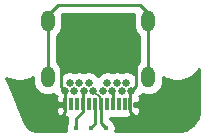
<source format=gtl>
%TF.GenerationSoftware,KiCad,Pcbnew,(5.1.6)-1*%
%TF.CreationDate,2022-01-04T17:41:04+01:00*%
%TF.ProjectId,headphone_plug,68656164-7068-46f6-9e65-5f706c75672e,rev?*%
%TF.SameCoordinates,Original*%
%TF.FileFunction,Copper,L1,Top*%
%TF.FilePolarity,Positive*%
%FSLAX46Y46*%
G04 Gerber Fmt 4.6, Leading zero omitted, Abs format (unit mm)*
G04 Created by KiCad (PCBNEW (5.1.6)-1) date 2022-01-04 17:41:04*
%MOMM*%
%LPD*%
G01*
G04 APERTURE LIST*
%TA.AperFunction,ComponentPad*%
%ADD10O,1.200000X1.800000*%
%TD*%
%TA.AperFunction,SMDPad,CuDef*%
%ADD11R,0.300000X1.000000*%
%TD*%
%TA.AperFunction,ComponentPad*%
%ADD12C,0.650000*%
%TD*%
%TA.AperFunction,ViaPad*%
%ADD13C,0.400000*%
%TD*%
%TA.AperFunction,Conductor*%
%ADD14C,0.254000*%
%TD*%
%TA.AperFunction,Conductor*%
%ADD15C,0.127000*%
%TD*%
G04 APERTURE END LIST*
D10*
%TO.P,J1,S1*%
%TO.N,Net-(C1-Pad2)*%
X165920000Y-92620000D03*
D11*
%TO.P,J1,A1*%
%TO.N,GND*%
X164400000Y-94920000D03*
%TO.P,J1,A2*%
%TO.N,N/C*%
X163900000Y-94920000D03*
%TO.P,J1,A3*%
X163400000Y-94920000D03*
%TO.P,J1,A4*%
%TO.N,+5V*%
X162900000Y-94920000D03*
%TO.P,J1,A5*%
%TO.N,Net-(J1-PadA5)*%
X162400000Y-94920000D03*
%TO.P,J1,A6*%
%TO.N,UD+*%
X161900000Y-94920000D03*
%TO.P,J1,A7*%
%TO.N,UD-*%
X161400000Y-94920000D03*
%TO.P,J1,A12*%
%TO.N,GND*%
X158900000Y-94920000D03*
%TO.P,J1,A10*%
%TO.N,N/C*%
X159900000Y-94920000D03*
%TO.P,J1,A9*%
%TO.N,+5V*%
X160400000Y-94920000D03*
%TO.P,J1,A8*%
%TO.N,Net-(J1-PadA8)*%
X160900000Y-94920000D03*
%TO.P,J1,A11*%
%TO.N,N/C*%
X159400000Y-94920000D03*
D10*
%TO.P,J1,S1*%
%TO.N,Net-(C1-Pad2)*%
X157380000Y-92620000D03*
X157380000Y-87890000D03*
X165920000Y-87890000D03*
D12*
%TO.P,J1,B1*%
%TO.N,GND*%
X158850000Y-93770000D03*
%TO.P,J1,B4*%
%TO.N,+5V*%
X160450000Y-93770000D03*
%TO.P,J1,B6*%
%TO.N,UD+*%
X161250000Y-93770000D03*
%TO.P,J1,B7*%
%TO.N,UD-*%
X162050000Y-93770000D03*
%TO.P,J1,B9*%
%TO.N,+5V*%
X162850000Y-93770000D03*
%TO.P,J1,B12*%
%TO.N,GND*%
X164450000Y-93770000D03*
%TO.P,J1,B2*%
%TO.N,N/C*%
X159250000Y-93070000D03*
%TO.P,J1,B3*%
X160050000Y-93070000D03*
%TO.P,J1,B5*%
%TO.N,Net-(J1-PadB5)*%
X160850000Y-93070000D03*
%TO.P,J1,B8*%
%TO.N,Net-(J1-PadB8)*%
X162450000Y-93070000D03*
%TO.P,J1,B10*%
%TO.N,N/C*%
X163250000Y-93070000D03*
%TO.P,J1,B11*%
X164050000Y-93070000D03*
%TO.P,J1,S1*%
%TO.N,Net-(C1-Pad2)*%
X159650000Y-93770000D03*
X163650000Y-93770000D03*
%TD*%
D13*
%TO.N,GND*%
X163830000Y-87630000D03*
X162560000Y-87630000D03*
X161290000Y-87630000D03*
X160020000Y-87630000D03*
X158750000Y-87630000D03*
X158750000Y-88900000D03*
X158750000Y-91440000D03*
X164909500Y-90170000D03*
X170053000Y-92710000D03*
X170053000Y-93980000D03*
X170053000Y-95250000D03*
X154940000Y-93980000D03*
X156210000Y-95250000D03*
X157480000Y-96520000D03*
X156210000Y-96520000D03*
X165100000Y-96520000D03*
%TO.N,+5V*%
X159766000Y-96901000D03*
%TO.N,Net-(J1-PadA5)*%
X162400000Y-94920000D03*
%TO.N,UD+*%
X162306000Y-96901000D03*
%TO.N,UD-*%
X161036000Y-96901000D03*
X161400000Y-94920000D03*
%TD*%
D14*
%TO.N,GND*%
X164400000Y-93820000D02*
X164450000Y-93770000D01*
X164400000Y-94920000D02*
X164400000Y-93820000D01*
X158900000Y-93820000D02*
X158850000Y-93770000D01*
X158900000Y-94920000D02*
X158900000Y-93820000D01*
X158900000Y-94920000D02*
X158900000Y-95608000D01*
X158900000Y-95608000D02*
X157988000Y-96520000D01*
X164450000Y-93770000D02*
X164846000Y-93374000D01*
X164846000Y-93374000D02*
X164846000Y-92075000D01*
X158850000Y-93770000D02*
X158496000Y-93416000D01*
X158496000Y-93416000D02*
X158496000Y-92075000D01*
X164400000Y-94920000D02*
X164400000Y-95566000D01*
X164400000Y-95566000D02*
X165100000Y-96266000D01*
X165100000Y-96266000D02*
X165100000Y-96520000D01*
X158496000Y-92075000D02*
X158496000Y-91567000D01*
X164846000Y-92075000D02*
X164846000Y-91440000D01*
%TO.N,Net-(C1-Pad2)*%
X157380000Y-87890000D02*
X157380000Y-92620000D01*
X165920000Y-87890000D02*
X165920000Y-92620000D01*
X157380000Y-87890000D02*
X157380000Y-87349000D01*
X157380000Y-87349000D02*
X158242000Y-86487000D01*
X158242000Y-86487000D02*
X165227000Y-86487000D01*
X165920000Y-87180000D02*
X165920000Y-87890000D01*
X165227000Y-86487000D02*
X165920000Y-87180000D01*
%TO.N,+5V*%
X162900000Y-93820000D02*
X162850000Y-93770000D01*
X162900000Y-94920000D02*
X162900000Y-93820000D01*
X160400000Y-93820000D02*
X160450000Y-93770000D01*
X160400000Y-94920000D02*
X160400000Y-93820000D01*
X160400000Y-94920000D02*
X160400000Y-95505000D01*
X160400000Y-95505000D02*
X159766000Y-96139000D01*
X159766000Y-96139000D02*
X159766000Y-96901000D01*
%TO.N,UD+*%
X161900000Y-94920000D02*
X161900000Y-96495000D01*
X161900000Y-96495000D02*
X162306000Y-96901000D01*
D15*
X161900000Y-94420000D02*
X161900000Y-94920000D01*
X161250000Y-93770000D02*
X161900000Y-94420000D01*
D14*
%TO.N,UD-*%
X161400000Y-94920000D02*
X161400000Y-96537000D01*
X161400000Y-96537000D02*
X161036000Y-96901000D01*
%TD*%
%TO.N,GND*%
G36*
X170226619Y-95344281D02*
G01*
X170226618Y-95344291D01*
X170226618Y-95529256D01*
X170081599Y-96062276D01*
X169684169Y-96653633D01*
X169092850Y-97051044D01*
X168559816Y-97196050D01*
X163087583Y-97196050D01*
X163108911Y-97144560D01*
X163141000Y-96983240D01*
X163141000Y-96818760D01*
X163108911Y-96657440D01*
X163045967Y-96505479D01*
X162954587Y-96368719D01*
X162838281Y-96252413D01*
X162701521Y-96161033D01*
X162662000Y-96144663D01*
X162662000Y-96049405D01*
X162750000Y-96058072D01*
X163050000Y-96058072D01*
X163150000Y-96048223D01*
X163250000Y-96058072D01*
X163550000Y-96058072D01*
X163650000Y-96048223D01*
X163750000Y-96058072D01*
X164050000Y-96058072D01*
X164154058Y-96047824D01*
X164218250Y-96055000D01*
X164250497Y-96022753D01*
X164294180Y-96009502D01*
X164404494Y-95950537D01*
X164444475Y-95917725D01*
X164581750Y-96055000D01*
X164686609Y-96043277D01*
X164805579Y-96004650D01*
X164914728Y-95943555D01*
X165009860Y-95862340D01*
X165087320Y-95764126D01*
X165144131Y-95652688D01*
X165178111Y-95532308D01*
X165187952Y-95407612D01*
X165185000Y-95205750D01*
X165026250Y-95047000D01*
X164688072Y-95047000D01*
X164688072Y-94793000D01*
X165026250Y-94793000D01*
X165185000Y-94634250D01*
X165187952Y-94432388D01*
X165185246Y-94398100D01*
X165221477Y-94361869D01*
X165179037Y-94319429D01*
X165178111Y-94307692D01*
X165158728Y-94239024D01*
X165298270Y-94229323D01*
X165371581Y-94055008D01*
X165376705Y-94029954D01*
X165445099Y-94066511D01*
X165677898Y-94137130D01*
X165920000Y-94160975D01*
X166162101Y-94137130D01*
X166394900Y-94066511D01*
X166609448Y-93951833D01*
X166797502Y-93797502D01*
X166951833Y-93609449D01*
X167066511Y-93394901D01*
X167137130Y-93162102D01*
X167155000Y-92980665D01*
X167155000Y-92616478D01*
X167387900Y-92738235D01*
X167447546Y-92762333D01*
X167506887Y-92787278D01*
X167516377Y-92790143D01*
X167820730Y-92879719D01*
X167883934Y-92891776D01*
X167946978Y-92904717D01*
X167956842Y-92905684D01*
X167956844Y-92905684D01*
X168272801Y-92934438D01*
X168337116Y-92933989D01*
X168401497Y-92934438D01*
X168411362Y-92933471D01*
X168726886Y-92900309D01*
X168789917Y-92887371D01*
X168853135Y-92875311D01*
X168862619Y-92872447D01*
X168862623Y-92872446D01*
X168862626Y-92872445D01*
X169165699Y-92778628D01*
X169225000Y-92753700D01*
X169284686Y-92729585D01*
X169293439Y-92724931D01*
X169572518Y-92574033D01*
X169625852Y-92538059D01*
X169679713Y-92502813D01*
X169687395Y-92496547D01*
X169931849Y-92294318D01*
X169977203Y-92248646D01*
X170023169Y-92203633D01*
X170029488Y-92195994D01*
X170226618Y-91954289D01*
X170226619Y-95344281D01*
G37*
X170226619Y-95344281D02*
X170226618Y-95344291D01*
X170226618Y-95529256D01*
X170081599Y-96062276D01*
X169684169Y-96653633D01*
X169092850Y-97051044D01*
X168559816Y-97196050D01*
X163087583Y-97196050D01*
X163108911Y-97144560D01*
X163141000Y-96983240D01*
X163141000Y-96818760D01*
X163108911Y-96657440D01*
X163045967Y-96505479D01*
X162954587Y-96368719D01*
X162838281Y-96252413D01*
X162701521Y-96161033D01*
X162662000Y-96144663D01*
X162662000Y-96049405D01*
X162750000Y-96058072D01*
X163050000Y-96058072D01*
X163150000Y-96048223D01*
X163250000Y-96058072D01*
X163550000Y-96058072D01*
X163650000Y-96048223D01*
X163750000Y-96058072D01*
X164050000Y-96058072D01*
X164154058Y-96047824D01*
X164218250Y-96055000D01*
X164250497Y-96022753D01*
X164294180Y-96009502D01*
X164404494Y-95950537D01*
X164444475Y-95917725D01*
X164581750Y-96055000D01*
X164686609Y-96043277D01*
X164805579Y-96004650D01*
X164914728Y-95943555D01*
X165009860Y-95862340D01*
X165087320Y-95764126D01*
X165144131Y-95652688D01*
X165178111Y-95532308D01*
X165187952Y-95407612D01*
X165185000Y-95205750D01*
X165026250Y-95047000D01*
X164688072Y-95047000D01*
X164688072Y-94793000D01*
X165026250Y-94793000D01*
X165185000Y-94634250D01*
X165187952Y-94432388D01*
X165185246Y-94398100D01*
X165221477Y-94361869D01*
X165179037Y-94319429D01*
X165178111Y-94307692D01*
X165158728Y-94239024D01*
X165298270Y-94229323D01*
X165371581Y-94055008D01*
X165376705Y-94029954D01*
X165445099Y-94066511D01*
X165677898Y-94137130D01*
X165920000Y-94160975D01*
X166162101Y-94137130D01*
X166394900Y-94066511D01*
X166609448Y-93951833D01*
X166797502Y-93797502D01*
X166951833Y-93609449D01*
X167066511Y-93394901D01*
X167137130Y-93162102D01*
X167155000Y-92980665D01*
X167155000Y-92616478D01*
X167387900Y-92738235D01*
X167447546Y-92762333D01*
X167506887Y-92787278D01*
X167516377Y-92790143D01*
X167820730Y-92879719D01*
X167883934Y-92891776D01*
X167946978Y-92904717D01*
X167956842Y-92905684D01*
X167956844Y-92905684D01*
X168272801Y-92934438D01*
X168337116Y-92933989D01*
X168401497Y-92934438D01*
X168411362Y-92933471D01*
X168726886Y-92900309D01*
X168789917Y-92887371D01*
X168853135Y-92875311D01*
X168862619Y-92872447D01*
X168862623Y-92872446D01*
X168862626Y-92872445D01*
X169165699Y-92778628D01*
X169225000Y-92753700D01*
X169284686Y-92729585D01*
X169293439Y-92724931D01*
X169572518Y-92574033D01*
X169625852Y-92538059D01*
X169679713Y-92502813D01*
X169687395Y-92496547D01*
X169931849Y-92294318D01*
X169977203Y-92248646D01*
X170023169Y-92203633D01*
X170029488Y-92195994D01*
X170226618Y-91954289D01*
X170226619Y-95344281D01*
G36*
X156145000Y-92980664D02*
G01*
X156162870Y-93162101D01*
X156233489Y-93394900D01*
X156348167Y-93609448D01*
X156502498Y-93797502D01*
X156690551Y-93951833D01*
X156905099Y-94066511D01*
X157137898Y-94137130D01*
X157380000Y-94160975D01*
X157622101Y-94137130D01*
X157854900Y-94066511D01*
X157922555Y-94030349D01*
X157925392Y-94045028D01*
X157996813Y-94220126D01*
X158001730Y-94229323D01*
X158141272Y-94239024D01*
X158121889Y-94307692D01*
X158120963Y-94319429D01*
X158078523Y-94361869D01*
X158114754Y-94398100D01*
X158112048Y-94432388D01*
X158115000Y-94634250D01*
X158273750Y-94793000D01*
X158611928Y-94793000D01*
X158611928Y-95047000D01*
X158273750Y-95047000D01*
X158115000Y-95205750D01*
X158112048Y-95407612D01*
X158121889Y-95532308D01*
X158155869Y-95652688D01*
X158212680Y-95764126D01*
X158290140Y-95862340D01*
X158385272Y-95943555D01*
X158494421Y-96004650D01*
X158613391Y-96043277D01*
X158718250Y-96055000D01*
X158855525Y-95917725D01*
X158895506Y-95950537D01*
X159005820Y-96009502D01*
X159012858Y-96011637D01*
X159004000Y-96101574D01*
X159000314Y-96139000D01*
X159004000Y-96176423D01*
X159004000Y-96558672D01*
X158963089Y-96657440D01*
X158931000Y-96818760D01*
X158931000Y-96983240D01*
X158963089Y-97144560D01*
X158984417Y-97196050D01*
X156285061Y-97196050D01*
X155900031Y-97039429D01*
X155571842Y-96685453D01*
X155559339Y-96655521D01*
X155418696Y-96318724D01*
X155001902Y-95317316D01*
X154357211Y-93764518D01*
X153897743Y-92657121D01*
X154052900Y-92738235D01*
X154112546Y-92762333D01*
X154171887Y-92787278D01*
X154181377Y-92790143D01*
X154485730Y-92879719D01*
X154548934Y-92891776D01*
X154611978Y-92904717D01*
X154621842Y-92905684D01*
X154621844Y-92905684D01*
X154937801Y-92934438D01*
X155002116Y-92933989D01*
X155066497Y-92934438D01*
X155076362Y-92933471D01*
X155391886Y-92900309D01*
X155454917Y-92887371D01*
X155518135Y-92875311D01*
X155527619Y-92872447D01*
X155527623Y-92872446D01*
X155527626Y-92872445D01*
X155830699Y-92778628D01*
X155890000Y-92753700D01*
X155949686Y-92729585D01*
X155958439Y-92724931D01*
X156145000Y-92624057D01*
X156145000Y-92980664D01*
G37*
X156145000Y-92980664D02*
X156162870Y-93162101D01*
X156233489Y-93394900D01*
X156348167Y-93609448D01*
X156502498Y-93797502D01*
X156690551Y-93951833D01*
X156905099Y-94066511D01*
X157137898Y-94137130D01*
X157380000Y-94160975D01*
X157622101Y-94137130D01*
X157854900Y-94066511D01*
X157922555Y-94030349D01*
X157925392Y-94045028D01*
X157996813Y-94220126D01*
X158001730Y-94229323D01*
X158141272Y-94239024D01*
X158121889Y-94307692D01*
X158120963Y-94319429D01*
X158078523Y-94361869D01*
X158114754Y-94398100D01*
X158112048Y-94432388D01*
X158115000Y-94634250D01*
X158273750Y-94793000D01*
X158611928Y-94793000D01*
X158611928Y-95047000D01*
X158273750Y-95047000D01*
X158115000Y-95205750D01*
X158112048Y-95407612D01*
X158121889Y-95532308D01*
X158155869Y-95652688D01*
X158212680Y-95764126D01*
X158290140Y-95862340D01*
X158385272Y-95943555D01*
X158494421Y-96004650D01*
X158613391Y-96043277D01*
X158718250Y-96055000D01*
X158855525Y-95917725D01*
X158895506Y-95950537D01*
X159005820Y-96009502D01*
X159012858Y-96011637D01*
X159004000Y-96101574D01*
X159000314Y-96139000D01*
X159004000Y-96176423D01*
X159004000Y-96558672D01*
X158963089Y-96657440D01*
X158931000Y-96818760D01*
X158931000Y-96983240D01*
X158963089Y-97144560D01*
X158984417Y-97196050D01*
X156285061Y-97196050D01*
X155900031Y-97039429D01*
X155571842Y-96685453D01*
X155559339Y-96655521D01*
X155418696Y-96318724D01*
X155001902Y-95317316D01*
X154357211Y-93764518D01*
X153897743Y-92657121D01*
X154052900Y-92738235D01*
X154112546Y-92762333D01*
X154171887Y-92787278D01*
X154181377Y-92790143D01*
X154485730Y-92879719D01*
X154548934Y-92891776D01*
X154611978Y-92904717D01*
X154621842Y-92905684D01*
X154621844Y-92905684D01*
X154937801Y-92934438D01*
X155002116Y-92933989D01*
X155066497Y-92934438D01*
X155076362Y-92933471D01*
X155391886Y-92900309D01*
X155454917Y-92887371D01*
X155518135Y-92875311D01*
X155527619Y-92872447D01*
X155527623Y-92872446D01*
X155527626Y-92872445D01*
X155830699Y-92778628D01*
X155890000Y-92753700D01*
X155949686Y-92729585D01*
X155958439Y-92724931D01*
X156145000Y-92624057D01*
X156145000Y-92980664D01*
G36*
X164702870Y-87347898D02*
G01*
X164685000Y-87529335D01*
X164685000Y-88250664D01*
X164702870Y-88432101D01*
X164773489Y-88664900D01*
X164888167Y-88879448D01*
X165042498Y-89067502D01*
X165158000Y-89162292D01*
X165158001Y-91347708D01*
X165042499Y-91442498D01*
X164888168Y-91630551D01*
X164773489Y-91845099D01*
X164702870Y-92077898D01*
X164685000Y-92259335D01*
X164685000Y-92347355D01*
X164661964Y-92324319D01*
X164504731Y-92219259D01*
X164330022Y-92146892D01*
X164144552Y-92110000D01*
X163955448Y-92110000D01*
X163769978Y-92146892D01*
X163650000Y-92196589D01*
X163530022Y-92146892D01*
X163344552Y-92110000D01*
X163155448Y-92110000D01*
X162969978Y-92146892D01*
X162850000Y-92196589D01*
X162730022Y-92146892D01*
X162544552Y-92110000D01*
X162355448Y-92110000D01*
X162169978Y-92146892D01*
X161995269Y-92219259D01*
X161838036Y-92324319D01*
X161704319Y-92458036D01*
X161650000Y-92539330D01*
X161595681Y-92458036D01*
X161461964Y-92324319D01*
X161304731Y-92219259D01*
X161130022Y-92146892D01*
X160944552Y-92110000D01*
X160755448Y-92110000D01*
X160569978Y-92146892D01*
X160450000Y-92196589D01*
X160330022Y-92146892D01*
X160144552Y-92110000D01*
X159955448Y-92110000D01*
X159769978Y-92146892D01*
X159650000Y-92196589D01*
X159530022Y-92146892D01*
X159344552Y-92110000D01*
X159155448Y-92110000D01*
X158969978Y-92146892D01*
X158795269Y-92219259D01*
X158638036Y-92324319D01*
X158615000Y-92347355D01*
X158615000Y-92259336D01*
X158597130Y-92077899D01*
X158526511Y-91845099D01*
X158411833Y-91630551D01*
X158257502Y-91442498D01*
X158142000Y-91347708D01*
X158142000Y-89162291D01*
X158257502Y-89067502D01*
X158411833Y-88879449D01*
X158526511Y-88664901D01*
X158597130Y-88432102D01*
X158615000Y-88250665D01*
X158615000Y-87529336D01*
X158597130Y-87347899D01*
X158567129Y-87249000D01*
X164732870Y-87249000D01*
X164702870Y-87347898D01*
G37*
X164702870Y-87347898D02*
X164685000Y-87529335D01*
X164685000Y-88250664D01*
X164702870Y-88432101D01*
X164773489Y-88664900D01*
X164888167Y-88879448D01*
X165042498Y-89067502D01*
X165158000Y-89162292D01*
X165158001Y-91347708D01*
X165042499Y-91442498D01*
X164888168Y-91630551D01*
X164773489Y-91845099D01*
X164702870Y-92077898D01*
X164685000Y-92259335D01*
X164685000Y-92347355D01*
X164661964Y-92324319D01*
X164504731Y-92219259D01*
X164330022Y-92146892D01*
X164144552Y-92110000D01*
X163955448Y-92110000D01*
X163769978Y-92146892D01*
X163650000Y-92196589D01*
X163530022Y-92146892D01*
X163344552Y-92110000D01*
X163155448Y-92110000D01*
X162969978Y-92146892D01*
X162850000Y-92196589D01*
X162730022Y-92146892D01*
X162544552Y-92110000D01*
X162355448Y-92110000D01*
X162169978Y-92146892D01*
X161995269Y-92219259D01*
X161838036Y-92324319D01*
X161704319Y-92458036D01*
X161650000Y-92539330D01*
X161595681Y-92458036D01*
X161461964Y-92324319D01*
X161304731Y-92219259D01*
X161130022Y-92146892D01*
X160944552Y-92110000D01*
X160755448Y-92110000D01*
X160569978Y-92146892D01*
X160450000Y-92196589D01*
X160330022Y-92146892D01*
X160144552Y-92110000D01*
X159955448Y-92110000D01*
X159769978Y-92146892D01*
X159650000Y-92196589D01*
X159530022Y-92146892D01*
X159344552Y-92110000D01*
X159155448Y-92110000D01*
X158969978Y-92146892D01*
X158795269Y-92219259D01*
X158638036Y-92324319D01*
X158615000Y-92347355D01*
X158615000Y-92259336D01*
X158597130Y-92077899D01*
X158526511Y-91845099D01*
X158411833Y-91630551D01*
X158257502Y-91442498D01*
X158142000Y-91347708D01*
X158142000Y-89162291D01*
X158257502Y-89067502D01*
X158411833Y-88879449D01*
X158526511Y-88664901D01*
X158597130Y-88432102D01*
X158615000Y-88250665D01*
X158615000Y-87529336D01*
X158597130Y-87347899D01*
X158567129Y-87249000D01*
X164732870Y-87249000D01*
X164702870Y-87347898D01*
%TD*%
M02*

</source>
